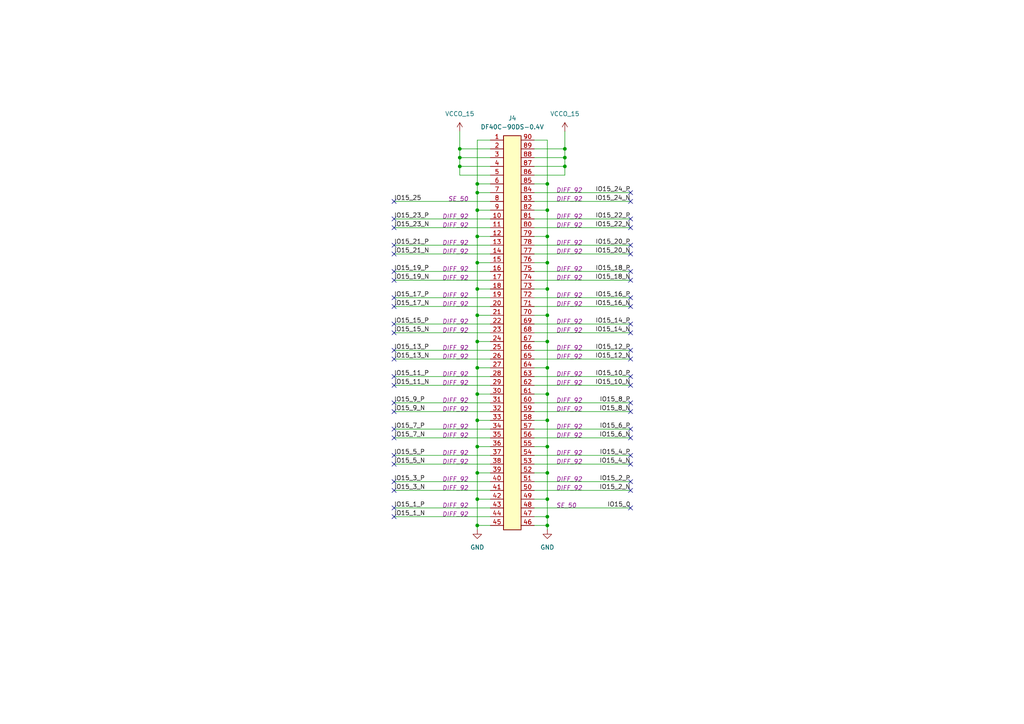
<source format=kicad_sch>
(kicad_sch (version 20250114) (generator "eeschema") (generator_version "9.0")
  (paper "A4")
  (title_block (title "nuku.carrier.template.basic") (date "2025-06-28") (rev "0") (company "Samuel López Asunción") (comment 1 "@supersmau"))
  (lib_symbols
    (symbol "nuku:DF40C-90DS-0.4V"
      (property "Reference" "J" (at 0 3.81 0))
      (property "Value" "DF40C-90DS-0.4V" (at 0 1.27 0))
      (symbol "DF40C-90DS-0.4V_0_1"
        (rectangle (start 0 0) (end 5.08 -114.3) (stroke (width 0.254)) (fill (type background)))
      )
      (symbol "DF40C-90DS-0.4V_1_1"
        (pin passive line (at -3.81 -1.27 0) (length 3.81) (name "") (number "1"))
        (pin passive line (at -3.81 -3.81 0) (length 3.81) (name "") (number "2"))
        (pin passive line (at -3.81 -6.35 0) (length 3.81) (name "") (number "3"))
        (pin passive line (at -3.81 -8.89 0) (length 3.81) (name "") (number "4"))
        (pin passive line (at -3.81 -11.43 0) (length 3.81) (name "") (number "5"))
        (pin passive line (at -3.81 -13.97 0) (length 3.81) (name "") (number "6"))
        (pin passive line (at -3.81 -16.51 0) (length 3.81) (name "") (number "7"))
        (pin passive line (at -3.81 -19.05 0) (length 3.81) (name "") (number "8"))
        (pin passive line (at -3.81 -21.59 0) (length 3.81) (name "") (number "9"))
        (pin passive line (at -3.81 -24.13 0) (length 3.81) (name "") (number "10"))
        (pin passive line (at -3.81 -26.67 0) (length 3.81) (name "") (number "11"))
        (pin passive line (at -3.81 -29.21 0) (length 3.81) (name "") (number "12"))
        (pin passive line (at -3.81 -31.75 0) (length 3.81) (name "") (number "13"))
        (pin passive line (at -3.81 -34.29 0) (length 3.81) (name "") (number "14"))
        (pin passive line (at -3.81 -36.83 0) (length 3.81) (name "") (number "15"))
        (pin passive line (at -3.81 -39.37 0) (length 3.81) (name "") (number "16"))
        (pin passive line (at -3.81 -41.91 0) (length 3.81) (name "") (number "17"))
        (pin passive line (at -3.81 -44.45 0) (length 3.81) (name "") (number "18"))
        (pin passive line (at -3.81 -46.99 0) (length 3.81) (name "") (number "19"))
        (pin passive line (at -3.81 -49.53 0) (length 3.81) (name "") (number "20"))
        (pin passive line (at -3.81 -52.07 0) (length 3.81) (name "") (number "21"))
        (pin passive line (at -3.81 -54.61 0) (length 3.81) (name "") (number "22"))
        (pin passive line (at -3.81 -57.15 0) (length 3.81) (name "") (number "23"))
        (pin passive line (at -3.81 -59.69 0) (length 3.81) (name "") (number "24"))
        (pin passive line (at -3.81 -62.23 0) (length 3.81) (name "") (number "25"))
        (pin passive line (at -3.81 -64.77 0) (length 3.81) (name "") (number "26"))
        (pin passive line (at -3.81 -67.31 0) (length 3.81) (name "") (number "27"))
        (pin passive line (at -3.81 -69.85 0) (length 3.81) (name "") (number "28"))
        (pin passive line (at -3.81 -72.39 0) (length 3.81) (name "") (number "29"))
        (pin passive line (at -3.81 -74.93 0) (length 3.81) (name "") (number "30"))
        (pin passive line (at -3.81 -77.47 0) (length 3.81) (name "") (number "31"))
        (pin passive line (at -3.81 -80.01 0) (length 3.81) (name "") (number "32"))
        (pin passive line (at -3.81 -82.55 0) (length 3.81) (name "") (number "33"))
        (pin passive line (at -3.81 -85.09 0) (length 3.81) (name "") (number "34"))
        (pin passive line (at -3.81 -87.63 0) (length 3.81) (name "") (number "35"))
        (pin passive line (at -3.81 -90.17 0) (length 3.81) (name "") (number "36"))
        (pin passive line (at -3.81 -92.71 0) (length 3.81) (name "") (number "37"))
        (pin passive line (at -3.81 -95.25 0) (length 3.81) (name "") (number "38"))
        (pin passive line (at -3.81 -97.79 0) (length 3.81) (name "") (number "39"))
        (pin passive line (at -3.81 -100.33 0) (length 3.81) (name "") (number "40"))
        (pin passive line (at -3.81 -102.87 0) (length 3.81) (name "") (number "41"))
        (pin passive line (at -3.81 -105.41 0) (length 3.81) (name "") (number "42"))
        (pin passive line (at -3.81 -107.95 0) (length 3.81) (name "") (number "43"))
        (pin passive line (at -3.81 -110.49 0) (length 3.81) (name "") (number "44"))
        (pin passive line (at -3.81 -113.03 0) (length 3.81) (name "") (number "45"))
        (pin passive line (at 8.89 -1.27 180) (length 3.81) (name "") (number "90"))
        (pin passive line (at 8.89 -3.81 180) (length 3.81) (name "") (number "89"))
        (pin passive line (at 8.89 -6.35 180) (length 3.81) (name "") (number "88"))
        (pin passive line (at 8.89 -8.89 180) (length 3.81) (name "") (number "87"))
        (pin passive line (at 8.89 -11.43 180) (length 3.81) (name "") (number "86"))
        (pin passive line (at 8.89 -13.97 180) (length 3.81) (name "") (number "85"))
        (pin passive line (at 8.89 -16.51 180) (length 3.81) (name "") (number "84"))
        (pin passive line (at 8.89 -19.05 180) (length 3.81) (name "") (number "83"))
        (pin passive line (at 8.89 -21.59 180) (length 3.81) (name "") (number "82"))
        (pin passive line (at 8.89 -24.13 180) (length 3.81) (name "") (number "81"))
        (pin passive line (at 8.89 -26.67 180) (length 3.81) (name "") (number "80"))
        (pin passive line (at 8.89 -29.21 180) (length 3.81) (name "") (number "79"))
        (pin passive line (at 8.89 -31.75 180) (length 3.81) (name "") (number "78"))
        (pin passive line (at 8.89 -34.29 180) (length 3.81) (name "") (number "77"))
        (pin passive line (at 8.89 -36.83 180) (length 3.81) (name "") (number "76"))
        (pin passive line (at 8.89 -39.37 180) (length 3.81) (name "") (number "75"))
        (pin passive line (at 8.89 -41.91 180) (length 3.81) (name "") (number "74"))
        (pin passive line (at 8.89 -44.45 180) (length 3.81) (name "") (number "73"))
        (pin passive line (at 8.89 -46.99 180) (length 3.81) (name "") (number "72"))
        (pin passive line (at 8.89 -49.53 180) (length 3.81) (name "") (number "71"))
        (pin passive line (at 8.89 -52.07 180) (length 3.81) (name "") (number "70"))
        (pin passive line (at 8.89 -54.61 180) (length 3.81) (name "") (number "69"))
        (pin passive line (at 8.89 -57.15 180) (length 3.81) (name "") (number "68"))
        (pin passive line (at 8.89 -59.69 180) (length 3.81) (name "") (number "67"))
        (pin passive line (at 8.89 -62.23 180) (length 3.81) (name "") (number "66"))
        (pin passive line (at 8.89 -64.77 180) (length 3.81) (name "") (number "65"))
        (pin passive line (at 8.89 -67.31 180) (length 3.81) (name "") (number "64"))
        (pin passive line (at 8.89 -69.85 180) (length 3.81) (name "") (number "63"))
        (pin passive line (at 8.89 -72.39 180) (length 3.81) (name "") (number "62"))
        (pin passive line (at 8.89 -74.93 180) (length 3.81) (name "") (number "61"))
        (pin passive line (at 8.89 -77.47 180) (length 3.81) (name "") (number "60"))
        (pin passive line (at 8.89 -80.01 180) (length 3.81) (name "") (number "59"))
        (pin passive line (at 8.89 -82.55 180) (length 3.81) (name "") (number "58"))
        (pin passive line (at 8.89 -85.09 180) (length 3.81) (name "") (number "57"))
        (pin passive line (at 8.89 -87.63 180) (length 3.81) (name "") (number "56"))
        (pin passive line (at 8.89 -90.17 180) (length 3.81) (name "") (number "55"))
        (pin passive line (at 8.89 -92.71 180) (length 3.81) (name "") (number "54"))
        (pin passive line (at 8.89 -95.25 180) (length 3.81) (name "") (number "53"))
        (pin passive line (at 8.89 -97.79 180) (length 3.81) (name "") (number "52"))
        (pin passive line (at 8.89 -100.33 180) (length 3.81) (name "") (number "51"))
        (pin passive line (at 8.89 -102.87 180) (length 3.81) (name "") (number "50"))
        (pin passive line (at 8.89 -105.41 180) (length 3.81) (name "") (number "49"))
        (pin passive line (at 8.89 -107.95 180) (length 3.81) (name "") (number "48"))
        (pin passive line (at 8.89 -110.49 180) (length 3.81) (name "") (number "47"))
        (pin passive line (at 8.89 -113.03 180) (length 3.81) (name "") (number "46"))
      )
    )
    (symbol "power:GND" (power) (pin_numbers (hide yes)) (pin_names (offset 0) (hide yes))
      (property "Value" "GND" (at 0 -3.81 0))
      (symbol "GND_0_1"
        (polyline (pts (xy 0 0) (xy 0 -1.27) (xy 1.27 -1.27) (xy 0 -2.54) (xy -1.27 -1.27) (xy 0 -1.27)))
      )
      (symbol "GND_1_1"
        (pin power_in line (at 0 0 270) (length 0) (name "~") (number "1"))
      )
    )
    (symbol "power:VCC" (power) (pin_numbers (hide yes)) (pin_names (offset 0) (hide yes))
      (property "Value" "VCC" (at 0 3.556 0))
      (symbol "VCC_0_1"
        (polyline (pts (xy -0.762 1.27) (xy 0 2.54)))
        (polyline (pts (xy 0 2.54) (xy 0.762 1.27)))
        (polyline (pts (xy 0 0) (xy 0 2.54)))
      )
      (symbol "VCC_1_1"
        (pin power_in line (at 0 0 90) (length 0) (name "~") (number "1"))
      )
    )
  )
  (junction (at 163.83 48.26))
  (junction (at 158.75 76.2))
  (junction (at 138.43 144.78))
  (junction (at 158.75 60.96))
  (junction (at 138.43 129.54))
  (junction (at 138.43 83.82))
  (junction (at 158.75 152.4))
  (junction (at 133.35 48.26))
  (junction (at 158.75 129.54))
  (junction (at 138.43 53.34))
  (junction (at 138.43 106.68))
  (junction (at 138.43 137.16))
  (junction (at 138.43 152.4))
  (junction (at 138.43 76.2))
  (junction (at 158.75 99.06))
  (junction (at 158.75 83.82))
  (junction (at 138.43 114.3))
  (junction (at 138.43 121.92))
  (junction (at 158.75 137.16))
  (junction (at 158.75 68.58))
  (junction (at 138.43 68.58))
  (junction (at 158.75 53.34))
  (junction (at 138.43 60.96))
  (junction (at 158.75 149.86))
  (junction (at 158.75 121.92))
  (junction (at 138.43 91.44))
  (junction (at 138.43 55.88))
  (junction (at 133.35 43.18))
  (junction (at 133.35 45.72))
  (junction (at 163.83 43.18))
  (junction (at 158.75 106.68))
  (junction (at 158.75 91.44))
  (junction (at 158.75 114.3))
  (junction (at 163.83 45.72))
  (junction (at 158.75 144.78))
  (junction (at 138.43 99.06))
  (no_connect (at 114.3 116.84))
  (no_connect (at 182.88 66.04))
  (no_connect (at 182.88 116.84))
  (no_connect (at 182.88 88.9))
  (no_connect (at 114.3 111.76))
  (no_connect (at 182.88 132.08))
  (no_connect (at 114.3 109.22))
  (no_connect (at 114.3 81.28))
  (no_connect (at 114.3 86.36))
  (no_connect (at 182.88 124.46))
  (no_connect (at 114.3 119.38))
  (no_connect (at 182.88 78.74))
  (no_connect (at 182.88 81.28))
  (no_connect (at 114.3 101.6))
  (no_connect (at 114.3 71.12))
  (no_connect (at 182.88 93.98))
  (no_connect (at 182.88 101.6))
  (no_connect (at 114.3 73.66))
  (no_connect (at 182.88 119.38))
  (no_connect (at 114.3 124.46))
  (no_connect (at 182.88 147.32))
  (no_connect (at 182.88 127))
  (no_connect (at 114.3 66.04))
  (no_connect (at 114.3 149.86))
  (no_connect (at 114.3 147.32))
  (no_connect (at 182.88 86.36))
  (no_connect (at 182.88 109.22))
  (no_connect (at 182.88 134.62))
  (no_connect (at 114.3 96.52))
  (no_connect (at 182.88 104.14))
  (no_connect (at 114.3 78.74))
  (no_connect (at 182.88 55.88))
  (no_connect (at 182.88 111.76))
  (no_connect (at 114.3 127))
  (no_connect (at 182.88 63.5))
  (no_connect (at 114.3 142.24))
  (no_connect (at 182.88 139.7))
  (no_connect (at 114.3 139.7))
  (no_connect (at 114.3 88.9))
  (no_connect (at 182.88 58.42))
  (no_connect (at 114.3 58.42))
  (no_connect (at 114.3 93.98))
  (no_connect (at 114.3 134.62))
  (no_connect (at 182.88 142.24))
  (no_connect (at 114.3 104.14))
  (no_connect (at 182.88 73.66))
  (no_connect (at 182.88 96.52))
  (no_connect (at 114.3 63.5))
  (no_connect (at 182.88 71.12))
  (no_connect (at 114.3 132.08))
  (wire (pts (xy 158.75 137.16) (xy 154.94 137.16)))
  (wire (pts (xy 138.43 106.68) (xy 138.43 114.3)))
  (wire (pts (xy 133.35 45.72) (xy 142.24 45.72)))
  (wire (pts (xy 158.75 83.82) (xy 154.94 83.82)))
  (wire (pts (xy 138.43 83.82) (xy 138.43 76.2)))
  (wire (pts (xy 158.75 144.78) (xy 154.94 144.78)))
  (wire (pts (xy 142.24 106.68) (xy 138.43 106.68)))
  (wire (pts (xy 154.94 58.42) (xy 182.88 58.42)))
  (wire (pts (xy 158.75 114.3) (xy 158.75 121.92)))
  (wire (pts (xy 142.24 50.8) (xy 133.35 50.8)))
  (wire (pts (xy 158.75 149.86) (xy 158.75 152.4)))
  (wire (pts (xy 154.94 109.22) (xy 182.88 109.22)))
  (wire (pts (xy 138.43 91.44) (xy 138.43 83.82)))
  (wire (pts (xy 158.75 76.2) (xy 158.75 68.58)))
  (wire (pts (xy 114.3 111.76) (xy 142.24 111.76)))
  (wire (pts (xy 154.94 73.66) (xy 182.88 73.66)))
  (wire (pts (xy 154.94 101.6) (xy 182.88 101.6)))
  (wire (pts (xy 154.94 127) (xy 182.88 127)))
  (wire (pts (xy 158.75 129.54) (xy 154.94 129.54)))
  (wire (pts (xy 114.3 127) (xy 142.24 127)))
  (wire (pts (xy 133.35 43.18) (xy 133.35 45.72)))
  (wire (pts (xy 114.3 116.84) (xy 142.24 116.84)))
  (wire (pts (xy 154.94 104.14) (xy 182.88 104.14)))
  (wire (pts (xy 138.43 121.92) (xy 142.24 121.92)))
  (wire (pts (xy 158.75 114.3) (xy 154.94 114.3)))
  (wire (pts (xy 163.83 43.18) (xy 163.83 45.72)))
  (wire (pts (xy 138.43 121.92) (xy 138.43 129.54)))
  (wire (pts (xy 142.24 40.64) (xy 138.43 40.64)))
  (wire (pts (xy 138.43 60.96) (xy 142.24 60.96)))
  (wire (pts (xy 158.75 121.92) (xy 158.75 129.54)))
  (wire (pts (xy 154.94 93.98) (xy 182.88 93.98)))
  (wire (pts (xy 158.75 68.58) (xy 158.75 60.96)))
  (wire (pts (xy 154.94 149.86) (xy 158.75 149.86)))
  (wire (pts (xy 154.94 96.52) (xy 182.88 96.52)))
  (wire (pts (xy 114.3 81.28) (xy 142.24 81.28)))
  (wire (pts (xy 138.43 99.06) (xy 138.43 106.68)))
  (wire (pts (xy 154.94 71.12) (xy 182.88 71.12)))
  (wire (pts (xy 158.75 152.4) (xy 154.94 152.4)))
  (wire (pts (xy 138.43 40.64) (xy 138.43 53.34)))
  (wire (pts (xy 158.75 144.78) (xy 158.75 149.86)))
  (wire (pts (xy 158.75 99.06) (xy 158.75 91.44)))
  (wire (pts (xy 158.75 106.68) (xy 158.75 114.3)))
  (wire (pts (xy 138.43 99.06) (xy 138.43 91.44)))
  (wire (pts (xy 154.94 111.76) (xy 182.88 111.76)))
  (wire (pts (xy 154.94 63.5) (xy 182.88 63.5)))
  (wire (pts (xy 158.75 129.54) (xy 158.75 137.16)))
  (wire (pts (xy 138.43 76.2) (xy 138.43 68.58)))
  (wire (pts (xy 114.3 134.62) (xy 142.24 134.62)))
  (wire (pts (xy 154.94 66.04) (xy 182.88 66.04)))
  (wire (pts (xy 114.3 93.98) (xy 142.24 93.98)))
  (wire (pts (xy 154.94 88.9) (xy 182.88 88.9)))
  (wire (pts (xy 163.83 50.8) (xy 163.83 48.26)))
  (wire (pts (xy 154.94 78.74) (xy 182.88 78.74)))
  (wire (pts (xy 138.43 137.16) (xy 138.43 144.78)))
  (wire (pts (xy 114.3 149.86) (xy 142.24 149.86)))
  (wire (pts (xy 114.3 101.6) (xy 142.24 101.6)))
  (wire (pts (xy 163.83 48.26) (xy 163.83 45.72)))
  (wire (pts (xy 114.3 109.22) (xy 142.24 109.22)))
  (wire (pts (xy 114.3 73.66) (xy 142.24 73.66)))
  (wire (pts (xy 154.94 55.88) (xy 182.88 55.88)))
  (wire (pts (xy 138.43 68.58) (xy 142.24 68.58)))
  (wire (pts (xy 138.43 152.4) (xy 142.24 152.4)))
  (wire (pts (xy 133.35 43.18) (xy 142.24 43.18)))
  (wire (pts (xy 158.75 152.4) (xy 158.75 153.67)))
  (wire (pts (xy 163.83 38.1) (xy 163.83 43.18)))
  (wire (pts (xy 158.75 60.96) (xy 154.94 60.96)))
  (wire (pts (xy 138.43 114.3) (xy 142.24 114.3)))
  (wire (pts (xy 114.3 96.52) (xy 142.24 96.52)))
  (wire (pts (xy 114.3 58.42) (xy 142.24 58.42)))
  (wire (pts (xy 154.94 106.68) (xy 158.75 106.68)))
  (wire (pts (xy 114.3 66.04) (xy 142.24 66.04)))
  (wire (pts (xy 154.94 142.24) (xy 182.88 142.24)))
  (wire (pts (xy 154.94 81.28) (xy 182.88 81.28)))
  (wire (pts (xy 138.43 129.54) (xy 142.24 129.54)))
  (wire (pts (xy 138.43 83.82) (xy 142.24 83.82)))
  (wire (pts (xy 138.43 144.78) (xy 138.43 152.4)))
  (wire (pts (xy 158.75 68.58) (xy 154.94 68.58)))
  (wire (pts (xy 138.43 53.34) (xy 142.24 53.34)))
  (wire (pts (xy 138.43 60.96) (xy 138.43 55.88)))
  (wire (pts (xy 158.75 91.44) (xy 154.94 91.44)))
  (wire (pts (xy 154.94 147.32) (xy 182.88 147.32)))
  (wire (pts (xy 133.35 38.1) (xy 133.35 43.18)))
  (wire (pts (xy 138.43 55.88) (xy 138.43 53.34)))
  (wire (pts (xy 114.3 119.38) (xy 142.24 119.38)))
  (wire (pts (xy 154.94 40.64) (xy 158.75 40.64)))
  (wire (pts (xy 158.75 91.44) (xy 158.75 83.82)))
  (wire (pts (xy 158.75 40.64) (xy 158.75 53.34)))
  (wire (pts (xy 154.94 86.36) (xy 182.88 86.36)))
  (wire (pts (xy 158.75 99.06) (xy 154.94 99.06)))
  (wire (pts (xy 158.75 99.06) (xy 158.75 106.68)))
  (wire (pts (xy 114.3 78.74) (xy 142.24 78.74)))
  (wire (pts (xy 138.43 137.16) (xy 142.24 137.16)))
  (wire (pts (xy 158.75 53.34) (xy 154.94 53.34)))
  (wire (pts (xy 114.3 104.14) (xy 142.24 104.14)))
  (wire (pts (xy 114.3 71.12) (xy 142.24 71.12)))
  (wire (pts (xy 158.75 53.34) (xy 158.75 60.96)))
  (wire (pts (xy 138.43 99.06) (xy 142.24 99.06)))
  (wire (pts (xy 142.24 48.26) (xy 133.35 48.26)))
  (wire (pts (xy 154.94 43.18) (xy 163.83 43.18)))
  (wire (pts (xy 114.3 88.9) (xy 142.24 88.9)))
  (wire (pts (xy 158.75 83.82) (xy 158.75 76.2)))
  (wire (pts (xy 114.3 132.08) (xy 142.24 132.08)))
  (wire (pts (xy 154.94 45.72) (xy 163.83 45.72)))
  (wire (pts (xy 154.94 134.62) (xy 182.88 134.62)))
  (wire (pts (xy 114.3 139.7) (xy 142.24 139.7)))
  (wire (pts (xy 114.3 124.46) (xy 142.24 124.46)))
  (wire (pts (xy 133.35 50.8) (xy 133.35 48.26)))
  (wire (pts (xy 138.43 91.44) (xy 142.24 91.44)))
  (wire (pts (xy 154.94 139.7) (xy 182.88 139.7)))
  (wire (pts (xy 138.43 68.58) (xy 138.43 60.96)))
  (wire (pts (xy 138.43 152.4) (xy 138.43 153.67)))
  (wire (pts (xy 114.3 142.24) (xy 142.24 142.24)))
  (wire (pts (xy 114.3 63.5) (xy 142.24 63.5)))
  (wire (pts (xy 138.43 114.3) (xy 138.43 121.92)))
  (wire (pts (xy 138.43 144.78) (xy 142.24 144.78)))
  (wire (pts (xy 154.94 50.8) (xy 163.83 50.8)))
  (wire (pts (xy 138.43 129.54) (xy 138.43 137.16)))
  (wire (pts (xy 114.3 86.36) (xy 142.24 86.36)))
  (wire (pts (xy 154.94 132.08) (xy 182.88 132.08)))
  (wire (pts (xy 158.75 137.16) (xy 158.75 144.78)))
  (wire (pts (xy 154.94 48.26) (xy 163.83 48.26)))
  (wire (pts (xy 154.94 124.46) (xy 182.88 124.46)))
  (wire (pts (xy 138.43 76.2) (xy 142.24 76.2)))
  (wire (pts (xy 154.94 116.84) (xy 182.88 116.84)))
  (wire (pts (xy 114.3 147.32) (xy 142.24 147.32)))
  (wire (pts (xy 138.43 55.88) (xy 142.24 55.88)))
  (wire (pts (xy 154.94 119.38) (xy 182.88 119.38)))
  (wire (pts (xy 158.75 76.2) (xy 154.94 76.2)))
  (wire (pts (xy 158.75 121.92) (xy 154.94 121.92)))
  (wire (pts (xy 133.35 48.26) (xy 133.35 45.72)))
  (label "IO15_14_N" (at 182.88 96.52 180) (property "Netclass" "DIFF_92" (at 161.29 96.52 0) (effects (font (italic yes)) (justify left bottom))))
  (label "IO15_8_P" (at 182.88 116.84 180) (property "Netclass" "DIFF_92" (at 161.29 116.84 0) (effects (font (italic yes)) (justify left bottom))))
  (label "IO15_13_P" (at 114.3 101.6 0) (property "Netclass" "DIFF_92" (at 135.89 101.6 0) (effects (font (italic yes)) (justify right bottom))))
  (label "IO15_1_N" (at 114.3 149.86 0) (property "Netclass" "DIFF_92" (at 135.89 149.86 0) (effects (font (italic yes)) (justify right bottom))))
  (label "IO15_7_P" (at 114.3 124.46 0) (property "Netclass" "DIFF_92" (at 135.89 124.46 0) (effects (font (italic yes)) (justify right bottom))))
  (label "IO15_8_N" (at 182.88 119.38 180) (property "Netclass" "DIFF_92" (at 161.29 119.38 0) (effects (font (italic yes)) (justify left bottom))))
  (label "IO15_21_P" (at 114.3 71.12 0) (property "Netclass" "DIFF_92" (at 135.89 71.12 0) (effects (font (italic yes)) (justify right bottom))))
  (label "IO15_14_P" (at 182.88 93.98 180) (property "Netclass" "DIFF_92" (at 161.29 93.98 0) (effects (font (italic yes)) (justify left bottom))))
  (label "IO15_22_P" (at 182.88 63.5 180) (property "Netclass" "DIFF_92" (at 161.29 63.5 0) (effects (font (italic yes)) (justify left bottom))))
  (label "IO15_3_N" (at 114.3 142.24 0) (property "Netclass" "DIFF_92" (at 135.89 142.24 0) (effects (font (italic yes)) (justify right bottom))))
  (label "IO15_19_P" (at 114.3 78.74 0) (property "Netclass" "DIFF_92" (at 135.89 78.74 0) (effects (font (italic yes)) (justify right bottom))))
  (label "IO15_24_N" (at 182.88 58.42 180) (property "Netclass" "DIFF_92" (at 161.29 58.42 0) (effects (font (italic yes)) (justify left bottom))))
  (label "IO15_2_N" (at 182.88 142.24 180) (property "Netclass" "DIFF_92" (at 161.29 142.24 0) (effects (font (italic yes)) (justify left bottom))))
  (label "IO15_23_N" (at 114.3 66.04 0) (property "Netclass" "DIFF_92" (at 135.89 66.04 0) (effects (font (italic yes)) (justify right bottom))))
  (label "IO15_9_P" (at 114.3 116.84 0) (property "Netclass" "DIFF_92" (at 135.89 116.84 0) (effects (font (italic yes)) (justify right bottom))))
  (label "IO15_23_P" (at 114.3 63.5 0) (property "Netclass" "DIFF_92" (at 135.89 63.5 0) (effects (font (italic yes)) (justify right bottom))))
  (label "IO15_22_N" (at 182.88 66.04 180) (property "Netclass" "DIFF_92" (at 161.29 66.04 0) (effects (font (italic yes)) (justify left bottom))))
  (label "IO15_11_P" (at 114.3 109.22 0) (property "Netclass" "DIFF_92" (at 135.89 109.22 0) (effects (font (italic yes)) (justify right bottom))))
  (label "IO15_15_P" (at 114.3 93.98 0) (property "Netclass" "DIFF_92" (at 135.89 93.98 0) (effects (font (italic yes)) (justify right bottom))))
  (label "IO15_1_P" (at 114.3 147.32 0) (property "Netclass" "DIFF_92" (at 135.89 147.32 0) (effects (font (italic yes)) (justify right bottom))))
  (label "IO15_10_P" (at 182.88 109.22 180) (property "Netclass" "DIFF_92" (at 161.29 109.22 0) (effects (font (italic yes)) (justify left bottom))))
  (label "IO15_6_P" (at 182.88 124.46 180) (property "Netclass" "DIFF_92" (at 161.29 124.46 0) (effects (font (italic yes)) (justify left bottom))))
  (label "IO15_5_N" (at 114.3 134.62 0) (property "Netclass" "DIFF_92" (at 135.89 134.62 0) (effects (font (italic yes)) (justify right bottom))))
  (label "IO15_15_N" (at 114.3 96.52 0) (property "Netclass" "DIFF_92" (at 135.89 96.52 0) (effects (font (italic yes)) (justify right bottom))))
  (label "IO15_18_N" (at 182.88 81.28 180) (property "Netclass" "DIFF_92" (at 161.29 81.28 0) (effects (font (italic yes)) (justify left bottom))))
  (label "IO15_5_P" (at 114.3 132.08 0) (property "Netclass" "DIFF_92" (at 135.89 132.08 0) (effects (font (italic yes)) (justify right bottom))))
  (label "IO15_6_N" (at 182.88 127 180) (property "Netclass" "DIFF_92" (at 161.29 127 0) (effects (font (italic yes)) (justify left bottom))))
  (label "IO15_2_P" (at 182.88 139.7 180) (property "Netclass" "DIFF_92" (at 161.29 139.7 0) (effects (font (italic yes)) (justify left bottom))))
  (label "IO15_4_N" (at 182.88 134.62 180) (property "Netclass" "DIFF_92" (at 161.29 134.62 0) (effects (font (italic yes)) (justify left bottom))))
  (label "IO15_18_P" (at 182.88 78.74 180) (property "Netclass" "DIFF_92" (at 161.29 78.74 0) (effects (font (italic yes)) (justify left bottom))))
  (label "IO15_20_P" (at 182.88 71.12 180) (property "Netclass" "DIFF_92" (at 161.29 71.12 0) (effects (font (italic yes)) (justify left bottom))))
  (label "IO15_7_N" (at 114.3 127 0) (property "Netclass" "DIFF_92" (at 135.89 127 0) (effects (font (italic yes)) (justify right bottom))))
  (label "IO15_12_P" (at 182.88 101.6 180) (property "Netclass" "DIFF_92" (at 161.29 101.6 0) (effects (font (italic yes)) (justify left bottom))))
  (label "IO15_16_P" (at 182.88 86.36 180) (property "Netclass" "DIFF_92" (at 161.29 86.36 0) (effects (font (italic yes)) (justify left bottom))))
  (label "IO15_0" (at 182.88 147.32 180) (property "Netclass" "SE_50" (at 161.29 147.32 0) (effects (font (italic yes)) (justify left bottom))))
  (label "IO15_19_N" (at 114.3 81.28 0) (property "Netclass" "DIFF_92" (at 135.89 81.28 0) (effects (font (italic yes)) (justify right bottom))))
  (label "IO15_16_N" (at 182.88 88.9 180) (property "Netclass" "DIFF_92" (at 161.29 88.9 0) (effects (font (italic yes)) (justify left bottom))))
  (label "IO15_11_N" (at 114.3 111.76 0) (property "Netclass" "DIFF_92" (at 135.89 111.76 0) (effects (font (italic yes)) (justify right bottom))))
  (label "IO15_21_N" (at 114.3 73.66 0) (property "Netclass" "DIFF_92" (at 135.89 73.66 0) (effects (font (italic yes)) (justify right bottom))))
  (label "IO15_17_P" (at 114.3 86.36 0) (property "Netclass" "DIFF_92" (at 135.89 86.36 0) (effects (font (italic yes)) (justify right bottom))))
  (label "IO15_9_N" (at 114.3 119.38 0) (property "Netclass" "DIFF_92" (at 135.89 119.38 0) (effects (font (italic yes)) (justify right bottom))))
  (label "IO15_13_N" (at 114.3 104.14 0) (property "Netclass" "DIFF_92" (at 135.89 104.14 0) (effects (font (italic yes)) (justify right bottom))))
  (label "IO15_4_P" (at 182.88 132.08 180) (property "Netclass" "DIFF_92" (at 161.29 132.08 0) (effects (font (italic yes)) (justify left bottom))))
  (label "IO15_10_N" (at 182.88 111.76 180) (property "Netclass" "DIFF_92" (at 161.29 111.76 0) (effects (font (italic yes)) (justify left bottom))))
  (label "IO15_3_P" (at 114.3 139.7 0) (property "Netclass" "DIFF_92" (at 135.89 139.7 0) (effects (font (italic yes)) (justify right bottom))))
  (label "IO15_12_N" (at 182.88 104.14 180) (property "Netclass" "DIFF_92" (at 161.29 104.14 0) (effects (font (italic yes)) (justify left bottom))))
  (label "IO15_17_N" (at 114.3 88.9 0) (property "Netclass" "DIFF_92" (at 135.89 88.9 0) (effects (font (italic yes)) (justify right bottom))))
  (label "IO15_20_N" (at 182.88 73.66 180) (property "Netclass" "DIFF_92" (at 161.29 73.66 0) (effects (font (italic yes)) (justify left bottom))))
  (label "IO15_24_P" (at 182.88 55.88 180) (property "Netclass" "DIFF_92" (at 161.29 55.88 0) (effects (font (italic yes)) (justify left bottom))))
  (label "IO15_25" (at 114.3 58.42 0) (property "Netclass" "SE_50" (at 135.89 58.42 0) (effects (font (italic yes)) (justify right bottom))))
  (symbol (lib_id "power:VCC") (at 163.83 38.1 0) (unit 1)
    (property "Reference" "#PWR016" (effects (hide yes)))
    (property "Value" "VCCO_15" (at 163.83 33.02 0))
    (property "Description" "Power symbol creates a global label with name \"VCC\"" (effects (hide yes)))
  )
  (symbol (lib_id "power:VCC") (at 133.35 38.1 0) (unit 1)
    (property "Reference" "#PWR015" (effects (hide yes)))
    (property "Value" "VCCO_15" (at 133.35 33.02 0))
    (property "Description" "Power symbol creates a global label with name \"VCC\"" (effects (hide yes)))
  )
  (symbol (lib_id "power:GND") (at 138.43 153.67 0) (unit 1)
    (property "Reference" "#PWR019" (effects (hide yes)))
    (property "Value" "GND" (at 138.43 158.75 0))
    (property "Description" "Power symbol creates a global label with name \"GND\" , ground" (effects (hide yes)))
  )
  (symbol (lib_id "power:GND") (at 158.75 153.67 0) (mirror y) (unit 1)
    (property "Reference" "#PWR020" (effects (hide yes)))
    (property "Value" "GND" (at 158.75 158.75 0))
    (property "Description" "Power symbol creates a global label with name \"GND\" , ground" (effects (hide yes)))
  )
  (symbol (lib_id "nuku:DF40C-90DS-0.4V") (at 146.05 39.37 0) (unit 1)
    (property "Reference" "J4" (at 148.59 34.29 0))
    (property "Value" "DF40C-90DS-0.4V" (at 148.59 36.83 0))
    (property "Footprint" "nuku:DF40C-90DS-0.4V" (effects (hide yes)))
    (property "Datasheet" "https://www.lcsc.com/datasheet/lcsc_datasheet_2206011716_HRS-Hirose-DF40C-90DS-0-4V-51_C2911197.pdf" (effects (hide yes)))
    (property "LCSC" "C2911197" (effects (hide yes)))
  )
)
</source>
